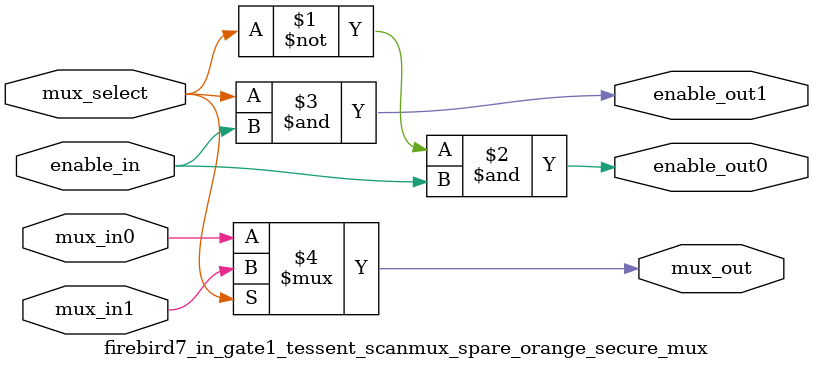
<source format=sv>

module firebird7_in_gate1_tessent_scanmux_spare_orange_secure_mux (
  input wire mux_in0,
  input wire mux_in1,
  output wire mux_out,
  input wire mux_select,
  input wire enable_in,
  output wire enable_out0,
  output wire enable_out1
);
  assign enable_out0     = ~mux_select & enable_in;
  assign enable_out1     =  mux_select & enable_in;
 
  assign mux_out         = mux_select ? mux_in1 : mux_in0;
 
endmodule

</source>
